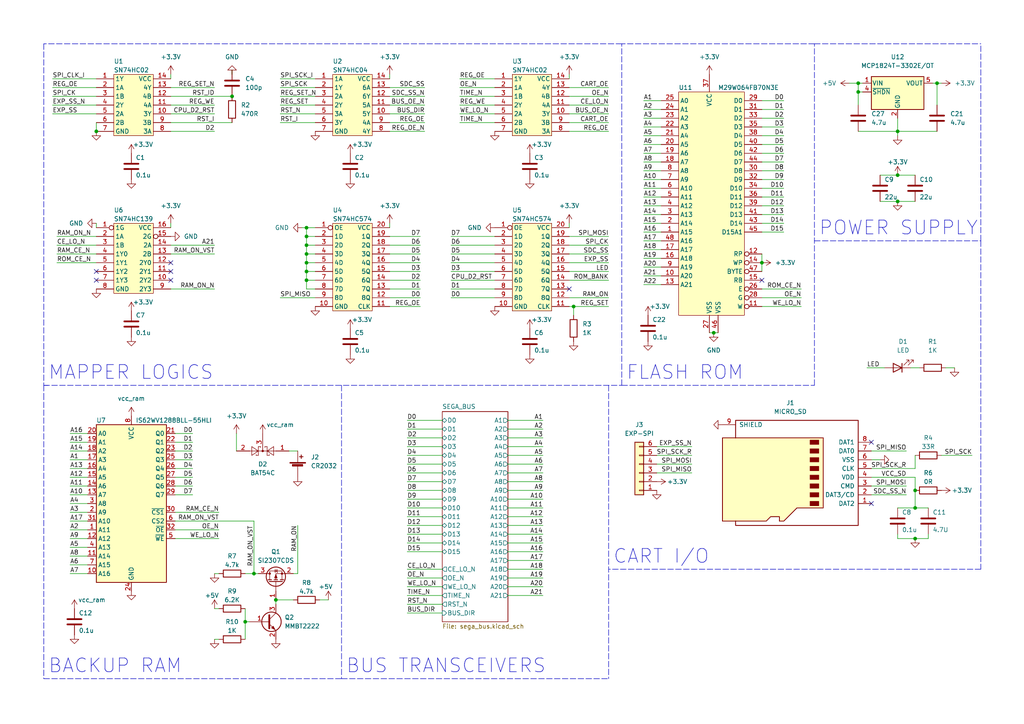
<source format=kicad_sch>
(kicad_sch (version 20211123) (generator eeschema)
  (paper "A4")
  (title_block (title "Open-ED") (date "2023-12-29") (rev "B") (company "(c)2023 Igor Golubovskiy"))
  (junction (at 88.9 81.28))
  (junction (at 88.9 68.58))
  (junction (at 207.01 96.52))
  (junction (at 260.35 50.8))
  (junction (at 88.9 66.04))
  (junction (at 265.43 147.32))
  (junction (at 88.9 76.2))
  (junction (at 265.43 156.21))
  (junction (at 71.12 180.34))
  (junction (at 88.9 71.12))
  (junction (at 67.31 27.94))
  (junction (at 27.94 38.1))
  (junction (at 248.92 26.67))
  (junction (at 260.35 38.1))
  (junction (at 248.92 24.13))
  (junction (at 80.01 173.99))
  (junction (at 166.37 88.9))
  (junction (at 260.35 58.42))
  (junction (at 265.43 142.24))
  (junction (at 88.9 73.66))
  (junction (at 271.78 24.13))
  (junction (at 220.98 76.2))
  (junction (at 73.66 166.37))
  (junction (at 88.9 78.74))
  (no_connect (at 27.94 78.74))
  (no_connect (at 49.53 81.28))
  (no_connect (at 49.53 78.74))
  (no_connect (at 27.94 81.28))
  (no_connect (at 220.98 81.28))
  (no_connect (at 252.73 128.27))
  (no_connect (at 49.53 76.2))
  (no_connect (at 165.1 83.82))
  (no_connect (at 252.73 146.05))
  (wire (pts (xy 147.32 132.08) (xy 157.48 132.08)))
  (wire (pts (xy 186.69 36.83) (xy 191.77 36.83)))
  (wire (pts (xy 165.1 78.74) (xy 176.53 78.74)))
  (wire (pts (xy 118.11 124.46) (xy 128.27 124.46)))
  (wire (pts (xy 271.78 30.48) (xy 271.78 24.13)))
  (wire (pts (xy 190.5 129.54) (xy 200.66 129.54)))
  (wire (pts (xy 15.24 25.4) (xy 27.94 25.4)))
  (wire (pts (xy 50.8 151.13) (xy 73.66 151.13)))
  (wire (pts (xy 88.9 71.12) (xy 91.44 71.12)))
  (polyline (pts (xy 99.06 111.76) (xy 99.06 196.85)))
  (wire (pts (xy 88.9 73.66) (xy 91.44 73.66)))
  (wire (pts (xy 113.03 73.66) (xy 121.92 73.66)))
  (wire (pts (xy 220.98 34.29) (xy 227.33 34.29)))
  (polyline (pts (xy 180.34 12.7) (xy 12.7 12.7)))
  (wire (pts (xy 81.28 33.02) (xy 91.44 33.02)))
  (wire (pts (xy 118.11 167.64) (xy 128.27 167.64)))
  (wire (pts (xy 81.28 30.48) (xy 91.44 30.48)))
  (wire (pts (xy 20.32 146.05) (xy 25.4 146.05)))
  (wire (pts (xy 252.73 135.89) (xy 265.43 135.89)))
  (wire (pts (xy 16.51 76.2) (xy 27.94 76.2)))
  (wire (pts (xy 255.27 50.8) (xy 260.35 50.8)))
  (wire (pts (xy 186.69 62.23) (xy 191.77 62.23)))
  (wire (pts (xy 147.32 160.02) (xy 157.48 160.02)))
  (wire (pts (xy 49.53 21.59) (xy 49.53 22.86)))
  (wire (pts (xy 260.35 156.21) (xy 260.35 154.94)))
  (wire (pts (xy 81.28 86.36) (xy 91.44 86.36)))
  (wire (pts (xy 186.69 54.61) (xy 191.77 54.61)))
  (wire (pts (xy 20.32 135.89) (xy 25.4 135.89)))
  (wire (pts (xy 190.5 134.62) (xy 200.66 134.62)))
  (wire (pts (xy 190.5 137.16) (xy 200.66 137.16)))
  (wire (pts (xy 248.92 38.1) (xy 260.35 38.1)))
  (wire (pts (xy 49.53 64.77) (xy 49.53 66.04)))
  (wire (pts (xy 113.03 88.9) (xy 121.92 88.9)))
  (wire (pts (xy 147.32 167.64) (xy 157.48 167.64)))
  (wire (pts (xy 265.43 156.21) (xy 260.35 156.21)))
  (wire (pts (xy 113.03 76.2) (xy 121.92 76.2)))
  (wire (pts (xy 265.43 142.24) (xy 265.43 138.43)))
  (wire (pts (xy 147.32 162.56) (xy 157.48 162.56)))
  (wire (pts (xy 50.8 143.51) (xy 55.88 143.51)))
  (wire (pts (xy 220.98 41.91) (xy 227.33 41.91)))
  (wire (pts (xy 118.11 157.48) (xy 128.27 157.48)))
  (wire (pts (xy 186.69 72.39) (xy 191.77 72.39)))
  (polyline (pts (xy 12.7 111.76) (xy 12.7 114.3)))
  (wire (pts (xy 220.98 64.77) (xy 227.33 64.77)))
  (wire (pts (xy 20.32 143.51) (xy 25.4 143.51)))
  (wire (pts (xy 113.03 35.56) (xy 123.19 35.56)))
  (wire (pts (xy 113.03 68.58) (xy 121.92 68.58)))
  (wire (pts (xy 147.32 134.62) (xy 157.48 134.62)))
  (wire (pts (xy 67.31 21.59) (xy 67.31 20.32)))
  (wire (pts (xy 130.81 71.12) (xy 143.51 71.12)))
  (wire (pts (xy 186.69 41.91) (xy 191.77 41.91)))
  (wire (pts (xy 220.98 36.83) (xy 227.33 36.83)))
  (polyline (pts (xy 284.48 69.85) (xy 284.48 12.7)))
  (wire (pts (xy 147.32 137.16) (xy 157.48 137.16)))
  (wire (pts (xy 186.69 80.01) (xy 191.77 80.01)))
  (polyline (pts (xy 180.34 111.76) (xy 236.22 111.76)))
  (wire (pts (xy 81.28 22.86) (xy 91.44 22.86)))
  (wire (pts (xy 113.03 78.74) (xy 121.92 78.74)))
  (wire (pts (xy 91.44 66.04) (xy 88.9 66.04)))
  (wire (pts (xy 165.1 73.66) (xy 176.53 73.66)))
  (wire (pts (xy 81.28 35.56) (xy 91.44 35.56)))
  (wire (pts (xy 220.98 67.31) (xy 227.33 67.31)))
  (wire (pts (xy 113.03 30.48) (xy 123.19 30.48)))
  (wire (pts (xy 252.73 130.81) (xy 262.89 130.81)))
  (wire (pts (xy 273.05 132.08) (xy 281.94 132.08)))
  (wire (pts (xy 165.1 30.48) (xy 176.53 30.48)))
  (wire (pts (xy 73.66 151.13) (xy 73.66 166.37)))
  (wire (pts (xy 260.35 38.1) (xy 260.35 34.29)))
  (wire (pts (xy 20.32 128.27) (xy 25.4 128.27)))
  (wire (pts (xy 186.69 77.47) (xy 191.77 77.47)))
  (wire (pts (xy 186.69 69.85) (xy 191.77 69.85)))
  (wire (pts (xy 118.11 154.94) (xy 128.27 154.94)))
  (wire (pts (xy 186.69 29.21) (xy 191.77 29.21)))
  (wire (pts (xy 130.81 78.74) (xy 143.51 78.74)))
  (wire (pts (xy 133.35 30.48) (xy 143.51 30.48)))
  (wire (pts (xy 118.11 139.7) (xy 128.27 139.7)))
  (polyline (pts (xy 12.7 196.85) (xy 99.06 196.85)))
  (wire (pts (xy 186.69 59.69) (xy 191.77 59.69)))
  (wire (pts (xy 113.03 64.77) (xy 113.03 66.04)))
  (wire (pts (xy 252.73 138.43) (xy 265.43 138.43)))
  (wire (pts (xy 88.9 78.74) (xy 88.9 81.28)))
  (wire (pts (xy 165.1 33.02) (xy 176.53 33.02)))
  (wire (pts (xy 265.43 147.32) (xy 269.24 147.32)))
  (wire (pts (xy 88.9 81.28) (xy 88.9 83.82)))
  (wire (pts (xy 85.09 166.37) (xy 86.36 166.37)))
  (wire (pts (xy 248.92 24.13) (xy 250.19 24.13)))
  (wire (pts (xy 113.03 86.36) (xy 121.92 86.36)))
  (wire (pts (xy 147.32 127) (xy 157.48 127)))
  (wire (pts (xy 113.03 38.1) (xy 123.19 38.1)))
  (wire (pts (xy 186.69 31.75) (xy 191.77 31.75)))
  (wire (pts (xy 220.98 88.9) (xy 232.41 88.9)))
  (wire (pts (xy 118.11 144.78) (xy 128.27 144.78)))
  (wire (pts (xy 165.1 81.28) (xy 176.53 81.28)))
  (wire (pts (xy 50.8 125.73) (xy 55.88 125.73)))
  (wire (pts (xy 49.53 33.02) (xy 62.23 33.02)))
  (wire (pts (xy 166.37 88.9) (xy 166.37 91.44)))
  (wire (pts (xy 15.24 30.48) (xy 27.94 30.48)))
  (wire (pts (xy 269.24 156.21) (xy 269.24 154.94)))
  (wire (pts (xy 266.7 106.68) (xy 264.16 106.68)))
  (wire (pts (xy 88.9 83.82) (xy 91.44 83.82)))
  (wire (pts (xy 220.98 73.66) (xy 220.98 76.2)))
  (wire (pts (xy 50.8 138.43) (xy 55.88 138.43)))
  (wire (pts (xy 165.1 76.2) (xy 176.53 76.2)))
  (wire (pts (xy 113.03 71.12) (xy 121.92 71.12)))
  (wire (pts (xy 92.71 173.99) (xy 95.25 173.99)))
  (wire (pts (xy 113.03 25.4) (xy 123.19 25.4)))
  (wire (pts (xy 273.05 24.13) (xy 271.78 24.13)))
  (wire (pts (xy 147.32 170.18) (xy 157.48 170.18)))
  (wire (pts (xy 265.43 142.24) (xy 265.43 147.32)))
  (wire (pts (xy 27.94 64.77) (xy 27.94 66.04)))
  (wire (pts (xy 118.11 147.32) (xy 128.27 147.32)))
  (wire (pts (xy 50.8 133.35) (xy 55.88 133.35)))
  (wire (pts (xy 16.51 73.66) (xy 27.94 73.66)))
  (wire (pts (xy 118.11 142.24) (xy 128.27 142.24)))
  (wire (pts (xy 252.73 133.35) (xy 255.27 133.35)))
  (wire (pts (xy 88.9 68.58) (xy 88.9 71.12)))
  (wire (pts (xy 130.81 76.2) (xy 143.51 76.2)))
  (wire (pts (xy 50.8 148.59) (xy 63.5 148.59)))
  (wire (pts (xy 147.32 144.78) (xy 157.48 144.78)))
  (wire (pts (xy 186.69 46.99) (xy 191.77 46.99)))
  (wire (pts (xy 73.66 166.37) (xy 74.93 166.37)))
  (wire (pts (xy 133.35 22.86) (xy 143.51 22.86)))
  (wire (pts (xy 166.37 88.9) (xy 176.53 88.9)))
  (wire (pts (xy 205.74 96.52) (xy 207.01 96.52)))
  (wire (pts (xy 50.8 140.97) (xy 55.88 140.97)))
  (wire (pts (xy 147.32 121.92) (xy 157.48 121.92)))
  (wire (pts (xy 83.82 130.81) (xy 86.36 130.81)))
  (wire (pts (xy 220.98 39.37) (xy 227.33 39.37)))
  (wire (pts (xy 260.35 58.42) (xy 265.43 58.42)))
  (wire (pts (xy 133.35 27.94) (xy 143.51 27.94)))
  (wire (pts (xy 80.01 175.26) (xy 80.01 173.99)))
  (wire (pts (xy 165.1 71.12) (xy 176.53 71.12)))
  (polyline (pts (xy 284.48 69.85) (xy 284.48 165.1)))
  (wire (pts (xy 68.58 125.73) (xy 68.58 130.81)))
  (wire (pts (xy 88.9 78.74) (xy 91.44 78.74)))
  (wire (pts (xy 255.27 58.42) (xy 260.35 58.42)))
  (wire (pts (xy 220.98 54.61) (xy 227.33 54.61)))
  (wire (pts (xy 220.98 76.2) (xy 220.98 78.74)))
  (wire (pts (xy 186.69 64.77) (xy 191.77 64.77)))
  (wire (pts (xy 147.32 154.94) (xy 157.48 154.94)))
  (wire (pts (xy 50.8 128.27) (xy 55.88 128.27)))
  (wire (pts (xy 88.9 66.04) (xy 88.9 68.58)))
  (wire (pts (xy 20.32 163.83) (xy 25.4 163.83)))
  (wire (pts (xy 186.69 52.07) (xy 191.77 52.07)))
  (wire (pts (xy 20.32 151.13) (xy 25.4 151.13)))
  (wire (pts (xy 81.28 27.94) (xy 91.44 27.94)))
  (wire (pts (xy 50.8 153.67) (xy 63.5 153.67)))
  (wire (pts (xy 113.03 27.94) (xy 123.19 27.94)))
  (wire (pts (xy 86.36 166.37) (xy 86.36 152.4)))
  (wire (pts (xy 133.35 35.56) (xy 143.51 35.56)))
  (wire (pts (xy 71.12 185.42) (xy 71.12 180.34)))
  (wire (pts (xy 147.32 157.48) (xy 157.48 157.48)))
  (wire (pts (xy 20.32 133.35) (xy 25.4 133.35)))
  (wire (pts (xy 186.69 49.53) (xy 191.77 49.53)))
  (wire (pts (xy 118.11 129.54) (xy 128.27 129.54)))
  (wire (pts (xy 271.78 24.13) (xy 270.51 24.13)))
  (wire (pts (xy 49.53 35.56) (xy 67.31 35.56)))
  (wire (pts (xy 186.69 74.93) (xy 191.77 74.93)))
  (wire (pts (xy 251.46 106.68) (xy 256.54 106.68)))
  (polyline (pts (xy 236.22 111.76) (xy 236.22 12.7)))
  (wire (pts (xy 260.35 147.32) (xy 265.43 147.32)))
  (wire (pts (xy 246.38 24.13) (xy 248.92 24.13)))
  (wire (pts (xy 186.69 67.31) (xy 191.77 67.31)))
  (wire (pts (xy 80.01 173.99) (xy 85.09 173.99)))
  (wire (pts (xy 87.63 66.04) (xy 88.9 66.04)))
  (wire (pts (xy 265.43 135.89) (xy 265.43 132.08)))
  (wire (pts (xy 186.69 44.45) (xy 191.77 44.45)))
  (polyline (pts (xy 180.34 111.76) (xy 180.34 12.7)))
  (wire (pts (xy 113.03 81.28) (xy 121.92 81.28)))
  (wire (pts (xy 147.32 172.72) (xy 157.48 172.72)))
  (wire (pts (xy 118.11 132.08) (xy 128.27 132.08)))
  (wire (pts (xy 220.98 52.07) (xy 227.33 52.07)))
  (wire (pts (xy 260.35 38.1) (xy 271.78 38.1)))
  (wire (pts (xy 118.11 165.1) (xy 128.27 165.1)))
  (wire (pts (xy 220.98 62.23) (xy 227.33 62.23)))
  (wire (pts (xy 265.43 156.21) (xy 269.24 156.21)))
  (wire (pts (xy 130.81 81.28) (xy 143.51 81.28)))
  (wire (pts (xy 62.23 176.53) (xy 63.5 176.53)))
  (wire (pts (xy 81.28 25.4) (xy 91.44 25.4)))
  (wire (pts (xy 220.98 57.15) (xy 227.33 57.15)))
  (wire (pts (xy 186.69 82.55) (xy 191.77 82.55)))
  (wire (pts (xy 88.9 76.2) (xy 88.9 78.74)))
  (wire (pts (xy 147.32 124.46) (xy 157.48 124.46)))
  (wire (pts (xy 49.53 27.94) (xy 67.31 27.94)))
  (wire (pts (xy 118.11 137.16) (xy 128.27 137.16)))
  (wire (pts (xy 147.32 165.1) (xy 157.48 165.1)))
  (wire (pts (xy 118.11 160.02) (xy 128.27 160.02)))
  (polyline (pts (xy 12.7 111.76) (xy 180.34 111.76)))
  (wire (pts (xy 20.32 153.67) (xy 25.4 153.67)))
  (wire (pts (xy 130.81 68.58) (xy 143.51 68.58)))
  (wire (pts (xy 248.92 24.13) (xy 248.92 26.67)))
  (wire (pts (xy 113.03 21.59) (xy 113.03 22.86)))
  (wire (pts (xy 165.1 88.9) (xy 166.37 88.9)))
  (wire (pts (xy 252.73 143.51) (xy 262.89 143.51)))
  (wire (pts (xy 220.98 59.69) (xy 227.33 59.69)))
  (wire (pts (xy 186.69 39.37) (xy 191.77 39.37)))
  (wire (pts (xy 118.11 170.18) (xy 128.27 170.18)))
  (wire (pts (xy 71.12 180.34) (xy 72.39 180.34)))
  (wire (pts (xy 260.35 50.8) (xy 265.43 50.8)))
  (wire (pts (xy 118.11 152.4) (xy 128.27 152.4)))
  (wire (pts (xy 50.8 135.89) (xy 55.88 135.89)))
  (wire (pts (xy 260.35 39.37) (xy 260.35 38.1)))
  (wire (pts (xy 20.32 140.97) (xy 25.4 140.97)))
  (wire (pts (xy 165.1 35.56) (xy 176.53 35.56)))
  (wire (pts (xy 118.11 121.92) (xy 128.27 121.92)))
  (wire (pts (xy 118.11 172.72) (xy 128.27 172.72)))
  (wire (pts (xy 190.5 132.08) (xy 200.66 132.08)))
  (wire (pts (xy 248.92 26.67) (xy 250.19 26.67)))
  (wire (pts (xy 118.11 134.62) (xy 128.27 134.62)))
  (wire (pts (xy 118.11 177.8) (xy 128.27 177.8)))
  (wire (pts (xy 15.24 22.86) (xy 27.94 22.86)))
  (polyline (pts (xy 236.22 12.7) (xy 284.48 12.7)))
  (wire (pts (xy 49.53 73.66) (xy 62.23 73.66)))
  (wire (pts (xy 20.32 166.37) (xy 25.4 166.37)))
  (wire (pts (xy 71.12 180.34) (xy 71.12 176.53)))
  (polyline (pts (xy 12.7 114.3) (xy 12.7 196.85)))
  (wire (pts (xy 71.12 166.37) (xy 73.66 166.37)))
  (wire (pts (xy 130.81 86.36) (xy 143.51 86.36)))
  (wire (pts (xy 20.32 158.75) (xy 25.4 158.75)))
  (wire (pts (xy 20.32 156.21) (xy 25.4 156.21)))
  (wire (pts (xy 27.94 35.56) (xy 27.94 38.1)))
  (polyline (pts (xy 236.22 12.7) (xy 180.34 12.7)))
  (wire (pts (xy 165.1 68.58) (xy 176.53 68.58)))
  (wire (pts (xy 50.8 156.21) (xy 63.5 156.21)))
  (wire (pts (xy 20.32 130.81) (xy 25.4 130.81)))
  (wire (pts (xy 62.23 166.37) (xy 63.5 166.37)))
  (wire (pts (xy 130.81 73.66) (xy 143.51 73.66)))
  (wire (pts (xy 133.35 25.4) (xy 143.51 25.4)))
  (wire (pts (xy 220.98 83.82) (xy 232.41 83.82)))
  (wire (pts (xy 88.9 73.66) (xy 88.9 76.2)))
  (wire (pts (xy 50.8 130.81) (xy 55.88 130.81)))
  (wire (pts (xy 220.98 46.99) (xy 227.33 46.99)))
  (wire (pts (xy 20.32 138.43) (xy 25.4 138.43)))
  (wire (pts (xy 113.03 83.82) (xy 121.92 83.82)))
  (wire (pts (xy 274.32 106.68) (xy 276.86 106.68)))
  (wire (pts (xy 147.32 149.86) (xy 157.48 149.86)))
  (wire (pts (xy 147.32 129.54) (xy 157.48 129.54)))
  (wire (pts (xy 252.73 140.97) (xy 262.89 140.97)))
  (polyline (pts (xy 99.06 196.85) (xy 176.53 196.85)))
  (polyline (pts (xy 236.22 69.85) (xy 284.48 69.85)))
  (wire (pts (xy 248.92 26.67) (xy 248.92 30.48)))
  (wire (pts (xy 88.9 76.2) (xy 91.44 76.2)))
  (wire (pts (xy 165.1 86.36) (xy 176.53 86.36)))
  (wire (pts (xy 20.32 125.73) (xy 25.4 125.73)))
  (wire (pts (xy 147.32 147.32) (xy 157.48 147.32)))
  (wire (pts (xy 118.11 175.26) (xy 128.27 175.26)))
  (wire (pts (xy 220.98 31.75) (xy 227.33 31.75)))
  (wire (pts (xy 113.03 33.02) (xy 123.19 33.02)))
  (wire (pts (xy 165.1 64.77) (xy 165.1 66.04)))
  (wire (pts (xy 49.53 30.48) (xy 62.23 30.48)))
  (wire (pts (xy 15.24 33.02) (xy 27.94 33.02)))
  (wire (pts (xy 147.32 152.4) (xy 157.48 152.4)))
  (polyline (pts (xy 12.7 12.7) (xy 12.7 111.76)))
  (wire (pts (xy 16.51 68.58) (xy 27.94 68.58)))
  (wire (pts (xy 49.53 25.4) (xy 62.23 25.4)))
  (wire (pts (xy 62.23 185.42) (xy 63.5 185.42)))
  (wire (pts (xy 49.53 38.1) (xy 62.23 38.1)))
  (polyline (pts (xy 284.48 165.1) (xy 176.53 165.1)))
  (wire (pts (xy 147.32 142.24) (xy 157.48 142.24)))
  (wire (pts (xy 220.98 86.36) (xy 232.41 86.36)))
  (wire (pts (xy 88.9 71.12) (xy 88.9 73.66)))
  (wire (pts (xy 118.11 149.86) (xy 128.27 149.86)))
  (wire (pts (xy 130.81 83.82) (xy 143.51 83.82)))
  (wire (pts (xy 49.53 71.12) (xy 62.23 71.12)))
  (wire (pts (xy 88.9 81.28) (xy 91.44 81.28)))
  (wire (pts (xy 220.98 29.21) (xy 227.33 29.21)))
  (wire (pts (xy 20.32 148.59) (xy 25.4 148.59)))
  (wire (pts (xy 165.1 21.59) (xy 165.1 22.86)))
  (wire (pts (xy 49.53 83.82) (xy 62.23 83.82)))
  (wire (pts (xy 133.35 33.02) (xy 143.51 33.02)))
  (wire (pts (xy 165.1 25.4) (xy 176.53 25.4)))
  (wire (pts (xy 147.32 139.7) (xy 157.48 139.7)))
  (polyline (pts (xy 176.53 111.76) (xy 176.53 196.85)))
  (wire (pts (xy 186.69 34.29) (xy 191.77 34.29)))
  (wire (pts (xy 207.01 96.52) (xy 208.28 96.52)))
  (wire (pts (xy 165.1 27.94) (xy 176.53 27.94)))
  (wire (pts (xy 15.24 27.94) (xy 27.94 27.94)))
  (polyline (pts (xy 12.7 111.76) (xy 13.97 111.76)))
  (wire (pts (xy 118.11 127) (xy 128.27 127)))
  (wire (pts (xy 16.51 71.12) (xy 27.94 71.12)))
  (wire (pts (xy 20.32 161.29) (xy 25.4 161.29)))
  (wire (pts (xy 165.1 38.1) (xy 176.53 38.1)))
  (wire (pts (xy 88.9 68.58) (xy 91.44 68.58)))
  (wire (pts (xy 220.98 49.53) (xy 227.33 49.53)))
  (wire (pts (xy 186.69 57.15) (xy 191.77 57.15)))
  (wire (pts (xy 220.98 44.45) (xy 227.33 44.45)))
  (text "POWER SUPPLY" (at 237.49 68.58 0) (effects (font (size 4 4)) (justify left bottom)))
  (text "MAPPER LOGICS" (at 13.97 110.49 0) (effects (font (size 4 4)) (justify left bottom)))
  (text "BACKUP RAM" (at 13.97 195.58 0) (effects (font (size 4 4)) (justify left bottom)))
  (text "CART I/O" (at 177.8 163.83 0) (effects (font (size 4 4)) (justify left bottom)))
  (text "BUS TRANSCEIVERS" (at 100.33 195.58 0) (effects (font (size 4 4)) (justify left bottom)))
  (text "FLASH ROM" (at 181.61 110.49 0) (effects (font (size 4 4)) (justify left bottom)))
  (label "OE_N" (at 63.5 153.67 180))
  (label "A1" (at 157.48 121.92 180))
  (label "A6" (at 157.48 134.62 180))
  (label "SPI_MISO" (at 262.89 130.81 180))
  (label "REG_OE_N" (at 123.19 38.1 180))
  (label "EXP_SS_N" (at 200.66 129.54 180))
  (label "SPI_SCK" (at 81.28 25.4 0))
  (label "D5" (at 118.11 134.62 0))
  (label "D1" (at 121.92 83.82 180))
  (label "D12" (at 118.11 152.4 0))
  (label "A13" (at 186.69 59.69 0))
  (label "D2" (at 118.1831 127 0))
  (label "D7" (at 118.11 139.7 0))
  (label "A15" (at 20.32 128.27 0))
  (label "A20" (at 186.69 77.47 0))
  (label "A17" (at 186.69 69.85 0))
  (label "D9" (at 227.33 52.07 180))
  (label "TIME_N" (at 133.35 27.94 0))
  (label "D6" (at 121.92 71.12 180))
  (label "RAM_ON" (at 86.36 152.4 270))
  (label "RAM_ON_VST" (at 63.5 151.13 180))
  (label "REG_OE" (at 121.92 88.9 180))
  (label "BUS_OE_N" (at 123.19 30.48 180))
  (label "A8" (at 157.48 139.7 180))
  (label "RAM_ON_VST" (at 62.23 73.66 180))
  (label "D14" (at 118.11 157.48 0))
  (label "D2" (at 55.88 130.81 180))
  (label "A16" (at 20.32 125.73 0))
  (label "A13" (at 157.48 152.4 180))
  (label "RAM_ON" (at 176.53 86.36 180))
  (label "A13" (at 20.32 135.89 0))
  (label "A6" (at 20.32 163.83 0))
  (label "SPI_MOSI" (at 176.53 68.58 180))
  (label "REG_SET" (at 176.53 88.9 180))
  (label "A17" (at 157.48 162.56 180))
  (label "A21" (at 62.23 71.12 180))
  (label "D3" (at 118.11 129.54 0))
  (label "EXP_SS_N" (at 15.24 30.48 0))
  (label "CE_LO_N" (at 118.11 165.1 0))
  (label "A9" (at 157.48 142.24 180))
  (label "A11" (at 20.32 140.97 0))
  (label "OE_N" (at 232.41 86.36 180))
  (label "A2" (at 157.48 124.46 180))
  (label "D15" (at 118.11 160.02 0))
  (label "A18" (at 157.48 165.1 180))
  (label "RAM_ON_N" (at 62.23 83.82 180))
  (label "D6" (at 55.88 140.97 180))
  (label "EXP_SS" (at 15.24 33.02 0))
  (label "D3" (at 121.92 78.74 180))
  (label "A7" (at 186.69 44.45 0))
  (label "A5" (at 20.32 158.75 0))
  (label "A1" (at 186.69 29.21 0))
  (label "SPI_SCK_R" (at 200.66 132.08 180))
  (label "D10" (at 118.11 147.32 0))
  (label "A3" (at 20.32 148.59 0))
  (label "RST_I" (at 81.28 35.56 0))
  (label "RAM_CE_N" (at 16.51 73.66 0))
  (label "SDC_SS_N" (at 123.19 27.94 180))
  (label "SPI_CLK_I" (at 15.24 22.86 0))
  (label "A10" (at 186.69 52.07 0))
  (label "ROM_CE_N" (at 16.51 76.2 0))
  (label "WE_LO_N" (at 63.5 156.21 180))
  (label "D6" (at 227.33 44.45 180))
  (label "A21" (at 157.48 172.72 180))
  (label "D1" (at 118.11 124.46 0))
  (label "TIME_N" (at 118.11 172.72 0))
  (label "A5" (at 186.69 39.37 0))
  (label "REG_WE" (at 62.23 30.48 180))
  (label "D5" (at 227.33 41.91 180))
  (label "REG_SET_N" (at 62.23 25.4 180))
  (label "D0" (at 118.11 121.92 0))
  (label "SPI_MOSI" (at 262.89 140.97 180))
  (label "CPU_D2_RST" (at 130.81 81.28 0))
  (label "D4" (at 227.33 39.37 180))
  (label "A15" (at 157.48 157.48 180))
  (label "D3" (at 130.81 78.74 0))
  (label "LED" (at 251.46 106.68 0))
  (label "A4" (at 186.69 36.83 0))
  (label "REG_OE" (at 123.19 35.56 180))
  (label "A2" (at 20.32 153.67 0))
  (label "A17" (at 20.32 151.13 0))
  (label "A12" (at 186.69 57.15 0))
  (label "D0" (at 130.81 86.36 0))
  (label "D4" (at 118.11 132.08 0))
  (label "A16" (at 186.69 67.31 0))
  (label "SPI_MISO" (at 200.66 137.16 180))
  (label "A7" (at 157.48 137.16 180))
  (label "D6" (at 130.81 71.12 0))
  (label "D4" (at 121.92 76.2 180))
  (label "D5" (at 121.92 73.66 180))
  (label "LED" (at 176.53 78.74 180))
  (label "A22" (at 186.69 82.55 0))
  (label "D6" (at 118.11 137.16 0))
  (label "D14" (at 227.33 64.77 180))
  (label "A4" (at 157.48 129.54 180))
  (label "D0" (at 227.33 29.21 180))
  (label "D11" (at 227.33 57.15 180))
  (label "D7" (at 55.88 143.51 180))
  (label "TIME_N" (at 133.35 35.56 0))
  (label "CE_LO_N" (at 176.53 30.48 180))
  (label "D1" (at 227.33 31.75 180))
  (label "RST_ID" (at 62.23 27.94 180))
  (label "WE_LO_N" (at 118.11 170.18 0))
  (label "A4" (at 20.32 146.05 0))
  (label "A9" (at 186.69 49.53 0))
  (label "D0" (at 55.88 125.73 180))
  (label "VCC_SD" (at 262.89 138.43 180))
  (label "D2" (at 62.23 38.1 180))
  (label "SDC_SS_N" (at 262.89 143.51 180))
  (label "A9" (at 20.32 156.21 0))
  (label "WE_LO_N" (at 133.35 33.02 0))
  (label "A5" (at 157.48 132.08 180))
  (label "D2" (at 121.92 81.28 180))
  (label "ROM_BANK" (at 176.53 81.28 180))
  (label "A12" (at 20.32 138.43 0))
  (label "SPI_MISO" (at 81.28 86.36 0))
  (label "A20" (at 157.48 170.18 180))
  (label "OE_N" (at 133.35 25.4 0))
  (label "A14" (at 20.32 130.81 0))
  (label "CART_OE" (at 176.53 25.4 180))
  (label "REG_SET" (at 81.28 30.48 0))
  (label "SPI_MOSI" (at 200.66 134.62 180))
  (label "RST_N" (at 118.11 175.26 0))
  (label "RAM_CE_N" (at 63.5 148.59 180))
  (label "D12" (at 227.33 59.69 180))
  (label "D3" (at 227.33 36.83 180))
  (label "D13" (at 227.33 62.23 180))
  (label "D1" (at 130.81 83.82 0))
  (label "A1" (at 20.32 133.35 0))
  (label "A12" (at 157.4466 149.86 180))
  (label "A8" (at 186.69 46.99 0))
  (label "CART_OE" (at 176.53 35.56 180))
  (label "SPI_SCK" (at 281.94 132.08 180))
  (label "ROM_CE_N" (at 232.41 83.82 180))
  (label "D4" (at 130.81 76.2 0))
  (label "D8" (at 118.11 142.24 0))
  (label "SDC_SS" (at 176.53 73.66 180))
  (label "A18" (at 186.69 72.39 0))
  (label "SPI_SCK_R" (at 262.89 135.89 180))
  (label "SPI_SCK_I" (at 81.28 22.86 0))
  (label "D15" (at 227.33 67.31 180))
  (label "BUS_DIR" (at 118.11 177.8 0))
  (label "D10" (at 227.33 54.61 180))
  (label "A11" (at 186.69 54.61 0))
  (label "A7" (at 20.32 166.37 0))
  (label "REG_SET_N" (at 81.28 27.94 0))
  (label "D7" (at 121.92 68.58 180))
  (label "RST_N" (at 81.28 33.02 0))
  (label "D0" (at 121.92 86.36 180))
  (label "A3" (at 157.48 127 180))
  (label "D5" (at 55.88 138.43 180))
  (label "D5" (at 130.81 73.66 0))
  (label "D1" (at 55.88 128.27 180))
  (label "A14" (at 157.4466 154.94 180))
  (label "A16" (at 157.48 160.02 180))
  (label "OE_N" (at 118.11 167.64 0))
  (label "D7" (at 227.33 46.99 180))
  (label "BUS_DIR" (at 123.19 33.02 180))
  (label "A3" (at 186.69 34.29 0))
  (label "A14" (at 186.69 62.23 0))
  (label "A6" (at 186.69 41.91 0))
  (label "A11" (at 157.48 147.32 180))
  (label "D4" (at 55.88 135.89 180))
  (label "RAM_ON_VST" (at 73.66 152.4 270))
  (label "D2" (at 227.33 34.29 180))
  (label "WE_LO_N" (at 232.41 88.9 180))
  (label "D8" (at 227.33 49.53 180))
  (label "RST_I" (at 62.23 35.56 180))
  (label "D7" (at 130.81 68.58 0))
  (label "D13" (at 118.11 154.94 0))
  (label "A15" (at 186.69 64.77 0))
  (label "A8" (at 20.32 161.29 0))
  (label "BUS_OE_N" (at 176.53 33.02 180))
  (label "REG_WE" (at 133.35 30.48 0))
  (label "A10" (at 157.48 144.78 180))
  (label "A19" (at 157.48 167.64 180))
  (label "SPI_CK" (at 176.53 71.12 180))
  (label "RAM_ON_N" (at 16.51 68.58 0))
  (label "A19" (at 186.69 74.93 0))
  (label "A2" (at 186.69 31.75 0))
  (label "REG_OE" (at 176.53 38.1 180))
  (label "D11" (at 118.11 149.86 0))
  (label "A10" (at 20.32 143.51 0))
  (label "SPI_CK" (at 15.24 27.94 0))
  (label "SDC_SS" (at 123.19 25.4 180))
  (label "D3" (at 55.88 133.35 180))
  (label "CE_LO_N" (at 16.51 71.12 0))
  (label "CPU_D2_RST" (at 62.23 33.02 180))
  (label "OE_N" (at 176.53 27.94 180))
  (label "EXP_SS" (at 176.53 76.2 180))
  (label "A21" (at 186.69 80.01 0))
  (label "REG_OE" (at 133.35 22.86 0))
  (label "D9" (at 118.11 144.78 0))
  (label "REG_OE" (at 15.24 25.4 0))
  (symbol (lib_name "GND_1") (lib_id "power:GND") (at 38.1 52.07 0) (unit 1)
    (property "Reference" "#PWR?" (effects hide))
    (property "Value" "GND" (effects hide))
  )
  (symbol (lib_id "power:+3.3V") (at 205.74 21.59 0) (unit 1)
    (property "Reference" "#PWR?" (effects hide))
    (property "Value" "+3.3V" (at 205.74 16.51 0))
  )
  (symbol (lib_id "Device:C") (at 153.67 48.26 0) (unit 1)
    (property "Reference" "C3" (at 154.94 45.72 0) (effects (justify left)))
    (property "Value" "0.1u" (at 154.94 50.8 0) (effects (justify left)))
  )
  (symbol (lib_id "Device:R") (at 67.31 176.53 90) (unit 1)
    (property "Reference" "R9" (at 67.31 171.45 90))
    (property "Value" "6.2K" (at 67.31 173.99 90))
  )
  (symbol (lib_id "power:+3.3V") (at 273.05 142.24 270) (unit 1)
    (property "Reference" "#PWR?" (effects hide))
    (property "Value" "+3.3V" (at 281.94 142.24 90) (effects (justify right)))
  )
  (symbol (lib_id "Device:R") (at 270.51 106.68 270) (unit 1)
    (property "Reference" "R1" (at 270.51 99.06 90))
    (property "Value" "1K" (at 270.51 101.6 90))
  )
  (symbol (lib_id "Device:C") (at 38.1 93.98 0) (unit 1)
    (property "Reference" "C7" (at 39.37 91.44 0) (effects (justify left)))
    (property "Value" "0.1u" (at 39.37 96.52 0) (effects (justify left)))
  )
  (symbol (lib_id "mylib:M29W064FB70N3E") (at 196.85 17.78 0) (unit 1)
    (property "Reference" "U11" (at 196.85 25.4 0) (effects (justify left)))
    (property "Value" "M29W064FB70N3E" (at 208.28 25.4 0) (effects (justify left)))
  )
  (symbol (lib_id "Device:C") (at 271.78 34.29 0) (unit 1)
    (property "Reference" "C21" (at 275.59 33.0199 0) (effects (justify left)))
    (property "Value" "4.7u" (at 275.59 35.5599 0) (effects (justify left)))
  )
  (symbol (lib_name "GND_1") (lib_id "power:GND") (at 187.96 99.06 0) (unit 1)
    (property "Reference" "#PWR?" (effects hide))
    (property "Value" "GND" (effects hide))
  )
  (symbol (lib_id "Device:C") (at 67.31 24.13 0) (unit 1)
    (property "Reference" "C4" (at 71.12 22.8599 0) (effects (justify left)))
    (property "Value" "100p" (at 71.12 25.3999 0) (effects (justify left)))
  )
  (symbol (lib_id "mylib:SN74HC574") (at 91.44 57.15 0) (unit 1)
    (property "Reference" "U4" (at 96.52 60.96 0) (effects (justify left)))
    (property "Value" "SN74HC574" (at 96.52 63.5 0) (effects (justify left)))
  )
  (symbol (lib_id "power:GND") (at 260.35 39.37 0) (unit 1)
    (property "Reference" "#PWR?" (effects hide))
    (property "Value" "GND" (effects hide))
  )
  (symbol (lib_id "Device:C") (at 153.67 99.06 0) (unit 1)
    (property "Reference" "C6" (at 154.94 96.52 0) (effects (justify left)))
    (property "Value" "0.1u" (at 154.94 101.6 0) (effects (justify left)))
  )
  (symbol (lib_id "power:+3.3V") (at 68.58 125.73 0) (unit 1)
    (property "Reference" "#PWR?" (effects hide))
    (property "Value" "+3.3V" (at 68.58 120.65 0))
  )
  (symbol (lib_id "power:GND") (at 62.23 185.42 0) (unit 1)
    (property "Reference" "#PWR?" (effects hide))
    (property "Value" "GND" (effects hide))
  )
  (symbol (lib_id "power:+3.3V") (at 38.1 44.45 0) (unit 1)
    (property "Reference" "#PWR?" (effects hide))
    (property "Value" "+3.3V" (at 44.45 41.91 0) (effects (justify right)))
  )
  (symbol (lib_id "power:+3.3V") (at 49.53 64.77 0) (unit 1)
    (property "Reference" "#PWR?" (effects hide))
    (property "Value" "+3.3V" (at 49.53 59.69 0))
  )
  (symbol (lib_id "power:GND") (at 143.51 38.1 0) (unit 1)
    (property "Reference" "#PWR?" (effects hide))
    (property "Value" "GND" (effects hide))
  )
  (symbol (lib_id "Device:C") (at 187.96 95.25 0) (unit 1)
    (property "Reference" "C22" (at 189.23 92.71 0) (effects (justify left)))
    (property "Value" "0.1u" (at 189.23 97.79 0) (effects (justify left)))
  )
  (symbol (lib_name "GND_1") (lib_id "power:GND") (at 190.5 142.24 0) (unit 1)
    (property "Reference" "#PWR?" (effects hide))
    (property "Value" "GND" (effects hide))
  )
  (symbol (lib_id "Device:C") (at 101.6 99.06 0) (unit 1)
    (property "Reference" "C5" (at 102.87 96.52 0) (effects (justify left)))
    (property "Value" "0.1u" (at 102.87 101.6 0) (effects (justify left)))
  )
  (symbol (lib_id "Device:R") (at 269.24 142.24 270) (unit 1)
    (property "Reference" "R6" (at 269.24 137.16 90))
    (property "Value" "0R" (at 269.24 139.7 90))
  )
  (symbol (lib_id "Device:C") (at 255.27 54.61 0) (unit 1)
    (property "Reference" "C9" (at 256.54 52.07 0) (effects (justify left)))
    (property "Value" "22u" (at 256.54 57.15 0) (effects (justify left)))
  )
  (symbol (lib_id "power:+3.3V") (at 187.96 91.44 0) (unit 1)
    (property "Reference" "#PWR?" (effects hide))
    (property "Value" "+3.3V" (at 194.31 88.9 0) (effects (justify right)))
  )
  (symbol (lib_id "power:GND") (at 62.23 166.37 0) (unit 1)
    (property "Reference" "#PWR?" (effects hide))
    (property "Value" "GND" (effects hide))
  )
  (symbol (lib_id "power:+3.3V") (at 153.67 95.25 0) (unit 1)
    (property "Reference" "#PWR?" (effects hide))
    (property "Value" "+3.3V" (at 160.02 92.71 0) (effects (justify right)))
  )
  (symbol (lib_id "power:GND") (at 91.44 38.1 0) (unit 1)
    (property "Reference" "#PWR?" (effects hide))
    (property "Value" "GND" (effects hide))
  )
  (symbol (lib_id "Memory_RAM:628128_TSOP32") (at 38.1 146.05 0) (unit 1)
    (property "Reference" "U7" (at 27.94 121.92 0) (effects (justify left)))
    (property "Value" "IS62WV1288BLL-55HLI" (at 39.37 121.92 0) (effects (justify left)))
    (property "Datasheet" "http://www.futurlec.com/Datasheet/Memory/628128.pdf" (effects hide))
  )
  (symbol (lib_id "power:+5V") (at 62.23 176.53 0) (unit 1)
    (property "Reference" "#PWR?" (effects hide))
    (property "Value" "+5V" (at 63.5 172.72 0) (effects (justify right)))
  )
  (symbol (lib_id "Diode:BAT54C") (at 76.2 130.81 180) (unit 1)
    (property "Reference" "D2" (at 76.2 134.62 0))
    (property "Value" "BAT54C" (at 76.2 137.16 0))
    (property "Footprint" "Package_TO_SOT_SMD:SOT-23" (effects hide))
    (property "Datasheet" "http://www.diodes.com/_files/datasheets/ds11005.pdf" (effects hide))
  )
  (symbol (lib_id "power:+3.3V") (at 220.98 76.2 270) (unit 1)
    (property "Reference" "#PWR?" (effects hide))
    (property "Value" "+3.3V" (at 224.79 76.1999 90) (effects (justify left)))
  )
  (symbol (lib_id "power:+3.3V") (at 165.1 64.77 0) (unit 1)
    (property "Reference" "#PWR?" (effects hide))
    (property "Value" "+3.3V" (at 165.1 59.69 0))
  )
  (symbol (lib_id "Device:C") (at 260.35 151.13 0) (unit 1)
    (property "Reference" "C8" (at 261.62 148.59 0) (effects (justify left)))
    (property "Value" "0.1u" (at 261.62 153.67 0) (effects (justify left)))
  )
  (symbol (lib_name "GND_1") (lib_id "power:GND") (at 101.6 52.07 0) (unit 1)
    (property "Reference" "#PWR?" (effects hide))
    (property "Value" "GND" (effects hide))
  )
  (symbol (lib_name "SN74HC02_1") (lib_id "mylib:SN74HC02") (at 27.94 13.97 0) (unit 1)
    (property "Reference" "U1" (at 33.02 17.78 0) (effects (justify left)))
    (property "Value" "SN74HC02" (at 33.02 20.32 0) (effects (justify left)))
  )
  (symbol (lib_id "Device:C") (at 248.92 34.29 0) (unit 1)
    (property "Reference" "C27" (at 252.73 33.0199 0) (effects (justify left)))
    (property "Value" "4.7u" (at 252.73 35.5599 0) (effects (justify left)))
  )
  (symbol (lib_id "power:+3.3V") (at 260.35 50.8 0) (unit 1)
    (property "Reference" "#PWR?" (effects hide))
    (property "Value" "+3.3V" (at 260.35 46.99 0))
  )
  (symbol (lib_id "power:+3.3V") (at 273.05 24.13 270) (unit 1)
    (property "Reference" "#PWR?" (effects hide))
    (property "Value" "+3.3V" (at 276.86 24.1299 90) (effects (justify left)))
  )
  (symbol (lib_id "mylib:SN74HC04") (at 91.44 13.97 0) (unit 1)
    (property "Reference" "U2" (at 96.52 17.78 0) (effects (justify left)))
    (property "Value" "SN74HC04" (at 96.52 20.32 0) (effects (justify left)))
  )
  (symbol (lib_id "Device:LED") (at 260.35 106.68 180) (unit 1)
    (property "Reference" "D1" (at 261.9375 99.06 0))
    (property "Value" "LED" (at 261.9375 101.6 0))
  )
  (symbol (lib_id "Device:R") (at 67.31 31.75 0) (unit 1)
    (property "Reference" "R2" (at 69.85 30.4799 0) (effects (justify left)))
    (property "Value" "470R" (at 69.85 33.0199 0) (effects (justify left)))
  )
  (symbol (lib_id "mylib:vcc_ram") (at 38.1 120.65 0) (unit 1)
    (property "Reference" "#PWR?" (effects hide))
    (property "Value" "vcc_ram" (at 38.1 115.57 0))
  )
  (symbol (lib_name "GND_1") (lib_id "power:GND") (at 255.27 133.35 90) (unit 1)
    (property "Reference" "#PWR?" (effects hide))
    (property "Value" "GND" (effects hide))
  )
  (symbol (lib_id "Transistor_FET:Si2319CDS") (at 80.01 168.91 90) (unit 1)
    (property "Reference" "Q1" (at 80.01 160.02 90))
    (property "Value" "SI2307CDS" (at 80.01 162.56 90))
    (property "Footprint" "Package_TO_SOT_SMD:SOT-23" (effects hide))
    (property "Datasheet" "http://www.vishay.com/docs/66709/si2319cd.pdf" (effects hide))
  )
  (symbol (lib_id "Connector:Micro_SD_Card") (at 229.87 138.43 180) (unit 1)
    (property "Reference" "J1" (at 229.235 116.84 0))
    (property "Value" "MICRO_SD" (at 229.235 119.38 0))
    (property "Datasheet" "http://katalog.we-online.de/em/datasheet/693072010801.pdf" (effects hide))
  )
  (symbol (lib_id "power:GND") (at 27.94 38.1 0) (unit 1)
    (property "Reference" "#PWR?" (effects hide))
    (property "Value" "GND" (effects hide))
  )
  (symbol (lib_id "power:+3.3V") (at 113.03 21.59 0) (unit 1)
    (property "Reference" "#PWR?" (effects hide))
    (property "Value" "+3.3V" (at 113.03 16.51 0))
  )
  (symbol (lib_id "power:+5V") (at 246.38 24.13 90) (unit 1)
    (property "Reference" "#PWR?" (effects hide))
    (property "Value" "+5V" (at 242.57 24.1299 90) (effects (justify left)))
  )
  (symbol (lib_id "power:GND") (at 87.63 66.04 270) (unit 1)
    (property "Reference" "#PWR?" (effects hide))
    (property "Value" "GND" (at 83.82 66.0399 90) (effects (justify right)))
  )
  (symbol (lib_id "power:+3.3V") (at 165.1 21.59 0) (unit 1)
    (property "Reference" "#PWR?" (effects hide))
    (property "Value" "+3.3V" (at 165.1 16.51 0))
  )
  (symbol (lib_id "Connector_Generic:Conn_01x06") (at 185.42 137.16 180) (unit 1)
    (property "Reference" "J3" (at 185.42 123.19 0))
    (property "Value" "EXP-SPI" (at 185.42 125.73 0))
  )
  (symbol (lib_id "power:+3.3V") (at 38.1 90.17 0) (unit 1)
    (property "Reference" "#PWR?" (effects hide))
    (property "Value" "+3.3V" (at 44.45 87.63 0) (effects (justify right)))
  )
  (symbol (lib_id "power:GND") (at 260.35 58.42 0) (unit 1)
    (property "Reference" "#PWR?" (effects hide))
    (property "Value" "GND" (effects hide))
  )
  (symbol (lib_name "GND_1") (lib_id "power:GND") (at 21.59 184.15 0) (unit 1)
    (property "Reference" "#PWR?" (effects hide))
    (property "Value" "GND" (effects hide))
  )
  (symbol (lib_id "power:+3.3V") (at 190.5 139.7 270) (unit 1)
    (property "Reference" "#PWR?" (effects hide))
    (property "Value" "+3.3V" (at 199.39 139.7 90) (effects (justify right)))
  )
  (symbol (lib_id "power:GND") (at 143.51 66.04 270) (unit 1)
    (property "Reference" "#PWR?" (effects hide))
    (property "Value" "GND" (at 139.7 66.0399 90) (effects (justify right)))
  )
  (symbol (lib_name "GND_1") (lib_id "power:GND") (at 153.67 102.87 0) (unit 1)
    (property "Reference" "#PWR?" (effects hide))
    (property "Value" "GND" (effects hide))
  )
  (symbol (lib_id "power:GND") (at 49.53 68.58 90) (unit 1)
    (property "Reference" "#PWR?" (effects hide))
    (property "Value" "GND" (at 53.34 68.5799 90) (effects (justify right)))
  )
  (symbol (lib_id "mylib:SN74HC139") (at 27.94 57.15 0) (unit 1)
    (property "Reference" "U6" (at 33.02 60.96 0) (effects (justify left)))
    (property "Value" "SN74HC139" (at 33.02 63.5 0) (effects (justify left)))
  )
  (symbol (lib_name "GND_1") (lib_id "power:GND") (at 153.67 52.07 0) (unit 1)
    (property "Reference" "#PWR?" (effects hide))
    (property "Value" "GND" (effects hide))
  )
  (symbol (lib_id "power:GND") (at 143.51 88.9 0) (unit 1)
    (property "Reference" "#PWR?" (effects hide))
    (property "Value" "GND" (effects hide))
  )
  (symbol (lib_id "power:+3.3V") (at 113.03 64.77 0) (unit 1)
    (property "Reference" "#PWR?" (effects hide))
    (property "Value" "+3.3V" (at 113.03 59.69 0))
  )
  (symbol (lib_id "power:+3.3V") (at 101.6 95.25 0) (unit 1)
    (property "Reference" "#PWR?" (effects hide))
    (property "Value" "+3.3V" (at 107.95 92.71 0) (effects (justify right)))
  )
  (symbol (lib_id "Device:R") (at 88.9 173.99 90) (unit 1)
    (property "Reference" "R8" (at 88.9 169.0015 90))
    (property "Value" "4.7k" (at 88.9 171.5415 90))
  )
  (symbol (lib_id "Device:R") (at 269.24 132.08 270) (unit 1)
    (property "Reference" "R4" (at 269.24 127 90))
    (property "Value" "33R" (at 269.24 129.54 90))
  )
  (symbol (lib_name "GND_1") (lib_id "power:GND") (at 38.1 97.79 0) (unit 1)
    (property "Reference" "#PWR?" (effects hide))
    (property "Value" "GND" (effects hide))
  )
  (symbol (lib_id "power:GND") (at 207.01 96.52 0) (unit 1)
    (property "Reference" "#PWR?" (effects hide))
    (property "Value" "GND" (at 207.01 101.6 0))
  )
  (symbol (lib_id "power:GND") (at 27.94 64.77 270) (unit 1)
    (property "Reference" "#PWR?" (effects hide))
    (property "Value" "GND" (at 24.13 64.7699 90) (effects (justify right)))
  )
  (symbol (lib_id "Regulator_Linear:MCP1804x-3302xOT") (at 260.35 26.67 0) (unit 1)
    (property "Reference" "U12" (at 260.35 16.51 0))
    (property "Value" "MCP1824T-3302E/OT" (at 260.35 19.05 0))
    (property "Footprint" "Package_TO_SOT_SMD:SOT-23-5" (effects hide))
    (property "Datasheet" "http://ww1.microchip.com/downloads/en/DeviceDoc/20002200D.pdf" (effects hide))
  )
  (symbol (lib_id "mylib:vcc_ram") (at 21.59 176.53 0) (unit 1)
    (property "Reference" "#PWR?" (effects hide))
    (property "Value" "vcc_ram" (at 26.67 173.99 0))
  )
  (symbol (lib_id "power:+3.3V") (at 153.67 44.45 0) (unit 1)
    (property "Reference" "#PWR?" (effects hide))
    (property "Value" "+3.3V" (at 160.02 41.91 0) (effects (justify right)))
  )
  (symbol (lib_id "Transistor_BJT:MMBT3904") (at 77.47 180.34 0) (unit 1)
    (property "Reference" "Q2" (at 82.55 179.0699 0) (effects (justify left)))
    (property "Value" "MMBT2222" (at 82.55 181.6099 0) (effects (justify left)))
    (property "Footprint" "Package_TO_SOT_SMD:SOT-23" (effects hide))
    (property "Datasheet" "https://www.onsemi.com/pub/Collateral/2N3903-D.PDF" (effects hide))
  )
  (symbol (lib_name "GND_1") (lib_id "power:GND") (at 101.6 102.87 0) (unit 1)
    (property "Reference" "#PWR?" (effects hide))
    (property "Value" "GND" (effects hide))
  )
  (symbol (lib_id "power:+5V") (at 95.25 173.99 0) (unit 1)
    (property "Reference" "#PWR?" (effects hide))
    (property "Value" "+5V" (at 96.52 170.18 0) (effects (justify right)))
  )
  (symbol (lib_name "GND_1") (lib_id "power:GND") (at 166.37 99.06 0) (unit 1)
    (property "Reference" "#PWR?" (effects hide))
    (property "Value" "GND" (effects hide))
  )
  (symbol (lib_id "mylib:SN74HC02") (at 143.51 13.97 0) (unit 1)
    (property "Reference" "U3" (at 148.59 17.78 0) (effects (justify left)))
    (property "Value" "SN74HC02" (at 148.59 20.32 0) (effects (justify left)))
  )
  (symbol (lib_id "Device:R") (at 67.31 166.37 90) (unit 1)
    (property "Reference" "R7" (at 67.31 161.29 90))
    (property "Value" "4.7k" (at 67.31 163.83 90))
  )
  (symbol (lib_id "power:GND") (at 38.1 171.45 0) (unit 1)
    (property "Reference" "#PWR?" (effects hide))
    (property "Value" "GND" (effects hide))
  )
  (symbol (lib_id "power:+3.3V") (at 101.6 44.45 0) (unit 1)
    (property "Reference" "#PWR?" (effects hide))
    (property "Value" "+3.3V" (at 107.95 41.91 0) (effects (justify right)))
  )
  (symbol (lib_id "Device:C") (at 265.43 54.61 0) (unit 1)
    (property "Reference" "C10" (at 266.7 52.07 0) (effects (justify left)))
    (property "Value" "22u" (at 266.7 57.15 0) (effects (justify left)))
  )
  (symbol (lib_id "power:+3.3V") (at 49.53 21.59 0) (unit 1)
    (property "Reference" "#PWR?" (effects hide))
    (property "Value" "+3.3V" (at 49.53 16.51 0))
  )
  (symbol (lib_id "power:GND") (at 27.94 83.82 0) (unit 1)
    (property "Reference" "#PWR?" (effects hide))
    (property "Value" "GND" (effects hide))
  )
  (symbol (lib_id "Device:R") (at 166.37 95.25 0) (unit 1)
    (property "Reference" "R3" (at 168.91 93.9799 0) (effects (justify left)))
    (property "Value" "1K" (at 168.91 96.5199 0) (effects (justify left)))
  )
  (symbol (lib_id "mylib:SN74HC574") (at 143.51 57.15 0) (unit 1)
    (property "Reference" "U5" (at 148.59 60.96 0) (effects (justify left)))
    (property "Value" "SN74HC574" (at 148.59 63.5 0) (effects (justify left)))
  )
  (symbol (lib_name "GND_1") (lib_id "power:GND") (at 209.55 123.19 270) (unit 1)
    (property "Reference" "#PWR?" (effects hide))
    (property "Value" "GND" (effects hide))
  )
  (symbol (lib_id "Device:C") (at 269.24 151.13 0) (unit 1)
    (property "Reference" "C11" (at 270.51 148.59 0) (effects (justify left)))
    (property "Value" "4.7U" (at 270.51 153.67 0) (effects (justify left)))
  )
  (symbol (lib_id "Device:Battery_Cell") (at 86.36 135.89 0) (unit 1)
    (property "Reference" "J2" (at 90.17 132.5879 0) (effects (justify left)))
    (property "Value" "CR2032" (at 90.17 135.1279 0) (effects (justify left)))
  )
  (symbol (lib_name "GND_1") (lib_id "power:GND") (at 265.43 156.21 0) (unit 1)
    (property "Reference" "#PWR?" (effects hide))
    (property "Value" "GND" (effects hide))
  )
  (symbol (lib_id "power:GND") (at 80.01 185.42 0) (unit 1)
    (property "Reference" "#PWR?" (effects hide))
    (property "Value" "GND" (effects hide))
  )
  (symbol (lib_id "Device:R") (at 67.31 185.42 90) (unit 1)
    (property "Reference" "R10" (at 67.31 180.34 90))
    (property "Value" "1K" (at 67.31 182.88 90))
  )
  (symbol (lib_id "Device:C") (at 101.6 48.26 0) (unit 1)
    (property "Reference" "C2" (at 102.87 45.72 0) (effects (justify left)))
    (property "Value" "0.1u" (at 102.87 50.8 0) (effects (justify left)))
  )
  (symbol (lib_id "power:GND") (at 86.36 138.43 0) (unit 1)
    (property "Reference" "#PWR?" (effects hide))
    (property "Value" "GND" (effects hide))
  )
  (symbol (lib_id "power:GND") (at 91.44 88.9 0) (unit 1)
    (property "Reference" "#PWR?" (effects hide))
    (property "Value" "GND" (effects hide))
  )
  (symbol (lib_id "mylib:vcc_ram") (at 76.2 125.73 0) (unit 1)
    (property "Reference" "#PWR?" (effects hide))
    (property "Value" "vcc_ram" (at 81.28 123.19 0))
  )
  (symbol (lib_id "Device:C") (at 38.1 48.26 0) (unit 1)
    (property "Reference" "C1" (at 39.37 45.72 0) (effects (justify left)))
    (property "Value" "0.1u" (at 39.37 50.8 0) (effects (justify left)))
  )
  (symbol (lib_id "power:GND") (at 67.31 21.59 180) (unit 1)
    (property "Reference" "#PWR?" (effects hide))
    (property "Value" "GND" (at 67.31 16.51 0))
  )
  (symbol (lib_id "Device:C") (at 21.59 180.34 0) (unit 1)
    (property "Reference" "C12" (at 22.86 177.8 0) (effects (justify left)))
    (property "Value" "0.1u" (at 22.86 182.88 0) (effects (justify left)))
  )
  (symbol (lib_id "power:GND") (at 276.86 106.68 0) (unit 1)
    (property "Reference" "#PWR?" (effects hide))
    (property "Value" "GND" (effects hide))
  )
  (sheet (at 128.27 119.38) (size 19.05 60.96) (stroke (width 0.1524))
    (property "Sheet name" "SEGA_BUS" (at 128.27 118.6684 0) (effects (justify left bottom)))
    (property "Sheet file" "sega_bus.kicad_sch" (at 128.27 180.9246 0) (effects (justify left top)))
    (pin "A11" output (at 147.32 147.32 0))
    (pin "A9" output (at 147.32 142.24 0))
    (pin "A10" output (at 147.32 144.78 0))
    (pin "A6" output (at 147.32 134.62 0))
    (pin "A18" output (at 147.32 165.1 0))
    (pin "A8" output (at 147.32 139.7 0))
    (pin "A7" output (at 147.32 137.16 0))
    (pin "A4" output (at 147.32 129.54 0))
    (pin "A2" output (at 147.32 124.46 0))
    (pin "A3" output (at 147.32 127 0))
    (pin "A5" output (at 147.32 132.08 0))
    (pin "A12" output (at 147.32 149.86 0))
    (pin "A13" output (at 147.32 152.4 0))
    (pin "A20" output (at 147.32 170.18 0))
    (pin "A21" output (at 147.32 172.72 0))
    (pin "A19" output (at 147.32 167.64 0))
    (pin "D3" bidirectional (at 128.27 129.54 180))
    (pin "D2" bidirectional (at 128.27 127 180))
    (pin "D11" bidirectional (at 128.27 149.86 180))
    (pin "D9" bidirectional (at 128.27 144.78 180))
    (pin "D10" bidirectional (at 128.27 147.32 180))
    (pin "D5" bidirectional (at 128.27 134.62 180))
    (pin "D12" bidirectional (at 128.27 152.4 180))
    (pin "D4" bidirectional (at 128.27 132.08 180))
    (pin "D13" bidirectional (at 128.27 154.94 180))
    (pin "D8" bidirectional (at 128.27 142.24 180))
    (pin "D0" bidirectional (at 128.27 121.92 180))
    (pin "D1" bidirectional (at 128.27 124.46 180))
    (pin "D6" bidirectional (at 128.27 137.16 180))
    (pin "D7" bidirectional (at 128.27 139.7 180))
    (pin "D14" bidirectional (at 128.27 157.48 180))
    (pin "D15" bidirectional (at 128.27 160.02 180))
    (pin "RST_N" output (at 128.27 175.26 180))
    (pin "CE_LO_N" output (at 128.27 165.1 180))
    (pin "TIME_N" output (at 128.27 172.72 180))
    (pin "WE_LO_N" output (at 128.27 170.18 180))
    (pin "A15" output (at 147.32 157.48 0))
    (pin "OE_N" output (at 128.27 167.64 180))
    (pin "A16" output (at 147.32 160.02 0))
    (pin "A14" output (at 147.32 154.94 0))
    (pin "BUS_DIR" input (at 128.27 177.8 180))
    (pin "A1" output (at 147.32 121.92 0))
    (pin "A17" output (at 147.32 162.56 0))
  )
)
</source>
